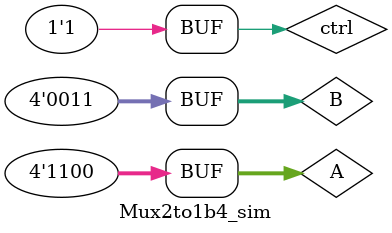
<source format=v>
`timescale 1ns / 1ps


module Mux2to1b4_sim;

	// Inputs
	reg ctrl;
	reg [3:0] A;
	reg [3:0] B;

	// Outputs
	wire [3:0] O;

	// Instantiate the Unit Under Test (UUT)
	Mux2to1b4 uut (
		.ctrl(ctrl), 
		.A(A), 
		.B(B), 
		.O(O)
	);

	initial begin
		// Initialize Inputs
		ctrl = 0;
		A = 4'b1100;
		B = 4'b0011;

		// Wait 100 ns for global reset to finish
		#100;
		
		ctrl = 1;
		
        
		// Add stimulus here

	end
      
endmodule


</source>
